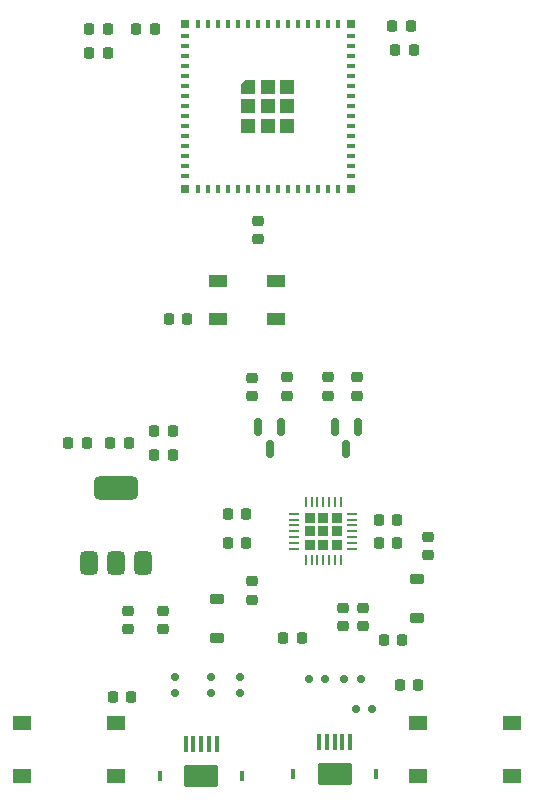
<source format=gbr>
%TF.GenerationSoftware,KiCad,Pcbnew,9.0.0*%
%TF.CreationDate,2025-06-09T12:03:21+05:30*%
%TF.ProjectId,ESP32_DevKit_M1,45535033-325f-4446-9576-4b69745f4d31,rev?*%
%TF.SameCoordinates,Original*%
%TF.FileFunction,Paste,Top*%
%TF.FilePolarity,Positive*%
%FSLAX46Y46*%
G04 Gerber Fmt 4.6, Leading zero omitted, Abs format (unit mm)*
G04 Created by KiCad (PCBNEW 9.0.0) date 2025-06-09 12:03:21*
%MOMM*%
%LPD*%
G01*
G04 APERTURE LIST*
G04 Aperture macros list*
%AMRoundRect*
0 Rectangle with rounded corners*
0 $1 Rounding radius*
0 $2 $3 $4 $5 $6 $7 $8 $9 X,Y pos of 4 corners*
0 Add a 4 corners polygon primitive as box body*
4,1,4,$2,$3,$4,$5,$6,$7,$8,$9,$2,$3,0*
0 Add four circle primitives for the rounded corners*
1,1,$1+$1,$2,$3*
1,1,$1+$1,$4,$5*
1,1,$1+$1,$6,$7*
1,1,$1+$1,$8,$9*
0 Add four rect primitives between the rounded corners*
20,1,$1+$1,$2,$3,$4,$5,0*
20,1,$1+$1,$4,$5,$6,$7,0*
20,1,$1+$1,$6,$7,$8,$9,0*
20,1,$1+$1,$8,$9,$2,$3,0*%
%AMOutline5P*
0 Free polygon, 5 corners , with rotation*
0 The origin of the aperture is its center*
0 number of corners: always 5*
0 $1 to $10 corner X, Y*
0 $11 Rotation angle, in degrees counterclockwise*
0 create outline with 5 corners*
4,1,5,$1,$2,$3,$4,$5,$6,$7,$8,$9,$10,$1,$2,$11*%
%AMOutline6P*
0 Free polygon, 6 corners , with rotation*
0 The origin of the aperture is its center*
0 number of corners: always 6*
0 $1 to $12 corner X, Y*
0 $13 Rotation angle, in degrees counterclockwise*
0 create outline with 6 corners*
4,1,6,$1,$2,$3,$4,$5,$6,$7,$8,$9,$10,$11,$12,$1,$2,$13*%
%AMOutline7P*
0 Free polygon, 7 corners , with rotation*
0 The origin of the aperture is its center*
0 number of corners: always 7*
0 $1 to $14 corner X, Y*
0 $15 Rotation angle, in degrees counterclockwise*
0 create outline with 7 corners*
4,1,7,$1,$2,$3,$4,$5,$6,$7,$8,$9,$10,$11,$12,$13,$14,$1,$2,$15*%
%AMOutline8P*
0 Free polygon, 8 corners , with rotation*
0 The origin of the aperture is its center*
0 number of corners: always 8*
0 $1 to $16 corner X, Y*
0 $17 Rotation angle, in degrees counterclockwise*
0 create outline with 8 corners*
4,1,8,$1,$2,$3,$4,$5,$6,$7,$8,$9,$10,$11,$12,$13,$14,$15,$16,$1,$2,$17*%
G04 Aperture macros list end*
%ADD10RoundRect,0.225000X0.225000X0.250000X-0.225000X0.250000X-0.225000X-0.250000X0.225000X-0.250000X0*%
%ADD11RoundRect,0.150000X-0.150000X-0.200000X0.150000X-0.200000X0.150000X0.200000X-0.150000X0.200000X0*%
%ADD12RoundRect,0.225000X-0.375000X0.225000X-0.375000X-0.225000X0.375000X-0.225000X0.375000X0.225000X0*%
%ADD13RoundRect,0.150000X0.200000X-0.150000X0.200000X0.150000X-0.200000X0.150000X-0.200000X-0.150000X0*%
%ADD14RoundRect,0.225000X-0.250000X0.225000X-0.250000X-0.225000X0.250000X-0.225000X0.250000X0.225000X0*%
%ADD15RoundRect,0.375000X0.375000X-0.625000X0.375000X0.625000X-0.375000X0.625000X-0.375000X-0.625000X0*%
%ADD16RoundRect,0.500000X1.400000X-0.500000X1.400000X0.500000X-1.400000X0.500000X-1.400000X-0.500000X0*%
%ADD17R,1.500000X1.000000*%
%ADD18RoundRect,0.218750X-0.218750X-0.256250X0.218750X-0.256250X0.218750X0.256250X-0.218750X0.256250X0*%
%ADD19RoundRect,0.225000X-0.225000X-0.250000X0.225000X-0.250000X0.225000X0.250000X-0.225000X0.250000X0*%
%ADD20R,0.800000X0.400000*%
%ADD21R,0.400000X0.800000*%
%ADD22Outline5P,-0.600000X0.204000X-0.204000X0.600000X0.600000X0.600000X0.600000X-0.600000X-0.600000X-0.600000X0.000000*%
%ADD23R,1.200000X1.200000*%
%ADD24R,0.800000X0.800000*%
%ADD25R,1.550000X1.300000*%
%ADD26RoundRect,0.225000X0.250000X-0.225000X0.250000X0.225000X-0.250000X0.225000X-0.250000X-0.225000X0*%
%ADD27R,0.300000X0.850000*%
%ADD28RoundRect,0.100000X-0.100000X-0.575000X0.100000X-0.575000X0.100000X0.575000X-0.100000X0.575000X0*%
%ADD29RoundRect,0.250000X-1.200000X-0.700000X1.200000X-0.700000X1.200000X0.700000X-1.200000X0.700000X0*%
%ADD30RoundRect,0.225000X0.225000X-0.225000X0.225000X0.225000X-0.225000X0.225000X-0.225000X-0.225000X0*%
%ADD31RoundRect,0.062500X0.062500X-0.337500X0.062500X0.337500X-0.062500X0.337500X-0.062500X-0.337500X0*%
%ADD32RoundRect,0.062500X0.337500X-0.062500X0.337500X0.062500X-0.337500X0.062500X-0.337500X-0.062500X0*%
%ADD33RoundRect,0.150000X-0.150000X0.587500X-0.150000X-0.587500X0.150000X-0.587500X0.150000X0.587500X0*%
%ADD34RoundRect,0.150000X0.150000X0.200000X-0.150000X0.200000X-0.150000X-0.200000X0.150000X-0.200000X0*%
G04 APERTURE END LIST*
D10*
%TO.C,R13*%
X124575000Y-106275000D03*
X123025000Y-106275000D03*
%TD*%
D11*
%TO.C,D2*%
X135275000Y-122775000D03*
X133875000Y-122775000D03*
%TD*%
D12*
%TO.C,D6*%
X122075000Y-113475000D03*
X122075000Y-116775000D03*
%TD*%
D13*
%TO.C,D5*%
X124075000Y-120075000D03*
X124075000Y-121475000D03*
%TD*%
D10*
%TO.C,R1*%
X116850000Y-65275000D03*
X115300000Y-65275000D03*
%TD*%
%TO.C,C6*%
X137775000Y-117000000D03*
X136225000Y-117000000D03*
%TD*%
D14*
%TO.C,R10*%
X132775000Y-114225000D03*
X132775000Y-115775000D03*
%TD*%
D15*
%TO.C,U4*%
X111275000Y-110425000D03*
X113575000Y-110425000D03*
D16*
X113575000Y-104125000D03*
D15*
X115875000Y-110425000D03*
%TD*%
D14*
%TO.C,R4*%
X131500000Y-94725000D03*
X131500000Y-96275000D03*
%TD*%
D17*
%TO.C,LED2*%
X122175000Y-86575000D03*
X122175000Y-89775000D03*
X127075000Y-89775000D03*
X127075000Y-86575000D03*
%TD*%
D10*
%TO.C,R14*%
X124575000Y-108775000D03*
X123025000Y-108775000D03*
%TD*%
D18*
%TO.C,LED1*%
X109500000Y-100275000D03*
X111075000Y-100275000D03*
%TD*%
D14*
%TO.C,R5*%
X125075000Y-94775000D03*
X125075000Y-96325000D03*
%TD*%
D19*
%TO.C,R11*%
X135800000Y-106775000D03*
X137350000Y-106775000D03*
%TD*%
D20*
%TO.C,U1*%
X119425000Y-65825000D03*
X119425000Y-66675000D03*
X119425000Y-67525000D03*
X119425000Y-68375000D03*
X119425000Y-69225000D03*
X119425000Y-70075000D03*
X119425000Y-70925000D03*
X119425000Y-71775000D03*
X119425000Y-72625000D03*
X119425000Y-73475000D03*
X119425000Y-74325000D03*
X119425000Y-75175000D03*
X119425000Y-76025000D03*
X119425000Y-76875000D03*
X119425000Y-77725000D03*
D21*
X120475000Y-78775000D03*
X121325000Y-78775000D03*
X122175000Y-78775000D03*
X123025000Y-78775000D03*
X123875000Y-78775000D03*
X124725000Y-78775000D03*
X125575000Y-78775000D03*
X126425000Y-78775000D03*
X127275000Y-78775000D03*
X128125000Y-78775000D03*
X128975000Y-78775000D03*
X129825000Y-78775000D03*
X130675000Y-78775000D03*
X131525000Y-78775000D03*
X132375000Y-78775000D03*
D20*
X133425000Y-77725000D03*
X133425000Y-76875000D03*
X133425000Y-76025000D03*
X133425000Y-75175000D03*
X133425000Y-74325000D03*
X133425000Y-73475000D03*
X133425000Y-72625000D03*
X133425000Y-71775000D03*
X133425000Y-70925000D03*
X133425000Y-70075000D03*
X133425000Y-69225000D03*
X133425000Y-68375000D03*
X133425000Y-67525000D03*
X133425000Y-66675000D03*
X133425000Y-65825000D03*
D21*
X132375000Y-64775000D03*
X131525000Y-64775000D03*
X130675000Y-64775000D03*
X129825000Y-64775000D03*
X128975000Y-64775000D03*
X128125000Y-64775000D03*
X127275000Y-64775000D03*
X126425000Y-64775000D03*
X125575000Y-64775000D03*
X124725000Y-64775000D03*
X123875000Y-64775000D03*
X123025000Y-64775000D03*
X122175000Y-64775000D03*
X121325000Y-64775000D03*
X120475000Y-64775000D03*
D22*
X124775000Y-70125000D03*
D23*
X124775000Y-71775000D03*
X124775000Y-73425000D03*
X126425000Y-70125000D03*
X126425000Y-71775000D03*
X126425000Y-73425000D03*
X128075000Y-70125000D03*
X128075000Y-71775000D03*
X128075000Y-73425000D03*
D24*
X119425000Y-64775000D03*
X119425000Y-78775000D03*
X133425000Y-78775000D03*
X133425000Y-64775000D03*
%TD*%
D25*
%TO.C,SW1*%
X113555000Y-128525000D03*
X105595000Y-128525000D03*
X113555000Y-124025000D03*
X105595000Y-124025000D03*
%TD*%
D26*
%TO.C,C2*%
X140000000Y-109775000D03*
X140000000Y-108225000D03*
%TD*%
D10*
%TO.C,C11*%
X118350000Y-101275000D03*
X116800000Y-101275000D03*
%TD*%
%TO.C,R15*%
X114625000Y-100275000D03*
X113075000Y-100275000D03*
%TD*%
%TO.C,C12*%
X114850000Y-121775000D03*
X113300000Y-121775000D03*
%TD*%
D26*
%TO.C,C9*%
X114575000Y-116050000D03*
X114575000Y-114500000D03*
%TD*%
D10*
%TO.C,C5*%
X138775000Y-67000000D03*
X137225000Y-67000000D03*
%TD*%
D27*
%TO.C,J1*%
X128575000Y-128275000D03*
X135575000Y-128275000D03*
D28*
X133375000Y-125600000D03*
X132725000Y-125600000D03*
X132075000Y-125600000D03*
X131425000Y-125600000D03*
X130775000Y-125600000D03*
D29*
X132075000Y-128275000D03*
%TD*%
D26*
%TO.C,R3*%
X125575000Y-83050000D03*
X125575000Y-81500000D03*
%TD*%
D11*
%TO.C,D4*%
X134275000Y-120275000D03*
X132875000Y-120275000D03*
%TD*%
D19*
%TO.C,R8*%
X118025000Y-89775000D03*
X119575000Y-89775000D03*
%TD*%
%TO.C,C3*%
X111300000Y-67275000D03*
X112850000Y-67275000D03*
%TD*%
D14*
%TO.C,R9*%
X134500000Y-114225000D03*
X134500000Y-115775000D03*
%TD*%
D30*
%TO.C,U2*%
X130005000Y-108895000D03*
X131125000Y-108895000D03*
X132245000Y-108895000D03*
X130005000Y-107775000D03*
X131125000Y-107775000D03*
X132245000Y-107775000D03*
X130005000Y-106655000D03*
X131125000Y-106655000D03*
X132245000Y-106655000D03*
D31*
X129625000Y-110225000D03*
X130125000Y-110225000D03*
X130625000Y-110225000D03*
X131125000Y-110225000D03*
X131625000Y-110225000D03*
X132125000Y-110225000D03*
X132625000Y-110225000D03*
D32*
X133575000Y-109275000D03*
X133575000Y-108775000D03*
X133575000Y-108275000D03*
X133575000Y-107775000D03*
X133575000Y-107275000D03*
X133575000Y-106775000D03*
X133575000Y-106275000D03*
D31*
X132625000Y-105325000D03*
X132125000Y-105325000D03*
X131625000Y-105325000D03*
X131125000Y-105325000D03*
X130625000Y-105325000D03*
X130125000Y-105325000D03*
X129625000Y-105325000D03*
D32*
X128675000Y-106275000D03*
X128675000Y-106775000D03*
X128675000Y-107275000D03*
X128675000Y-107775000D03*
X128675000Y-108275000D03*
X128675000Y-108775000D03*
X128675000Y-109275000D03*
%TD*%
D33*
%TO.C,Q1*%
X134025000Y-98900000D03*
X132125000Y-98900000D03*
X133075000Y-100775000D03*
%TD*%
%TO.C,Q2*%
X127525000Y-98900000D03*
X125625000Y-98900000D03*
X126575000Y-100775000D03*
%TD*%
D13*
%TO.C,D7*%
X118575000Y-120075000D03*
X118575000Y-121475000D03*
%TD*%
D34*
%TO.C,D3*%
X129875000Y-120275000D03*
X131275000Y-120275000D03*
%TD*%
D10*
%TO.C,R12*%
X137350000Y-108775000D03*
X135800000Y-108775000D03*
%TD*%
%TO.C,C10*%
X118350000Y-99275000D03*
X116800000Y-99275000D03*
%TD*%
D26*
%TO.C,R7*%
X128075000Y-96275000D03*
X128075000Y-94725000D03*
%TD*%
D19*
%TO.C,C13*%
X137575000Y-120775000D03*
X139125000Y-120775000D03*
%TD*%
%TO.C,R2*%
X136950000Y-65000000D03*
X138500000Y-65000000D03*
%TD*%
%TO.C,C4*%
X111300000Y-65275000D03*
X112850000Y-65275000D03*
%TD*%
D12*
%TO.C,D1*%
X139075000Y-111775000D03*
X139075000Y-115075000D03*
%TD*%
D27*
%TO.C,J2*%
X117275000Y-128450000D03*
X124275000Y-128450000D03*
D28*
X122075000Y-125775000D03*
X121425000Y-125775000D03*
X120775000Y-125775000D03*
X120125000Y-125775000D03*
X119475000Y-125775000D03*
D29*
X120775000Y-128450000D03*
%TD*%
D26*
%TO.C,C1*%
X125075000Y-113550000D03*
X125075000Y-112000000D03*
%TD*%
%TO.C,R6*%
X134000000Y-96275000D03*
X134000000Y-94725000D03*
%TD*%
D13*
%TO.C,D8*%
X121575000Y-120075000D03*
X121575000Y-121475000D03*
%TD*%
D25*
%TO.C,SW2*%
X147055000Y-128525000D03*
X139095000Y-128525000D03*
X147055000Y-124025000D03*
X139095000Y-124025000D03*
%TD*%
D26*
%TO.C,C8*%
X117575000Y-116050000D03*
X117575000Y-114500000D03*
%TD*%
D19*
%TO.C,C7*%
X127725000Y-116775000D03*
X129275000Y-116775000D03*
%TD*%
M02*

</source>
